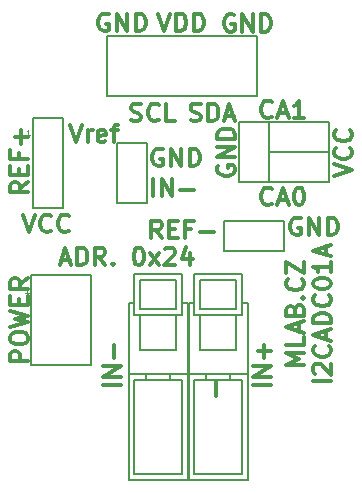
<source format=gbr>
G04 #@! TF.FileFunction,Legend,Top*
%FSLAX46Y46*%
G04 Gerber Fmt 4.6, Leading zero omitted, Abs format (unit mm)*
G04 Created by KiCad (PCBNEW 0.201505051231+5642~23~ubuntu14.04.1-product) date St 6. květen 2015, 11:43:11 CEST*
%MOMM*%
G01*
G04 APERTURE LIST*
%ADD10C,0.300000*%
%ADD11C,0.150000*%
%ADD12C,0.050000*%
%ADD13C,0.304800*%
G04 APERTURE END LIST*
D10*
X19634343Y39815200D02*
X19491486Y39886629D01*
X19277200Y39886629D01*
X19062915Y39815200D01*
X18920057Y39672343D01*
X18848629Y39529486D01*
X18777200Y39243771D01*
X18777200Y39029486D01*
X18848629Y38743771D01*
X18920057Y38600914D01*
X19062915Y38458057D01*
X19277200Y38386629D01*
X19420057Y38386629D01*
X19634343Y38458057D01*
X19705772Y38529486D01*
X19705772Y39029486D01*
X19420057Y39029486D01*
X20348629Y38386629D02*
X20348629Y39886629D01*
X21205772Y38386629D01*
X21205772Y39886629D01*
X21920058Y38386629D02*
X21920058Y39886629D01*
X22277201Y39886629D01*
X22491486Y39815200D01*
X22634344Y39672343D01*
X22705772Y39529486D01*
X22777201Y39243771D01*
X22777201Y39029486D01*
X22705772Y38743771D01*
X22634344Y38600914D01*
X22491486Y38458057D01*
X22277201Y38386629D01*
X21920058Y38386629D01*
X5005286Y19054000D02*
X5719572Y19054000D01*
X4862429Y18625429D02*
X5362429Y20125429D01*
X5862429Y18625429D01*
X6362429Y18625429D02*
X6362429Y20125429D01*
X6719572Y20125429D01*
X6933857Y20054000D01*
X7076715Y19911143D01*
X7148143Y19768286D01*
X7219572Y19482571D01*
X7219572Y19268286D01*
X7148143Y18982571D01*
X7076715Y18839714D01*
X6933857Y18696857D01*
X6719572Y18625429D01*
X6362429Y18625429D01*
X8719572Y18625429D02*
X8219572Y19339714D01*
X7862429Y18625429D02*
X7862429Y20125429D01*
X8433857Y20125429D01*
X8576715Y20054000D01*
X8648143Y19982571D01*
X8719572Y19839714D01*
X8719572Y19625429D01*
X8648143Y19482571D01*
X8576715Y19411143D01*
X8433857Y19339714D01*
X7862429Y19339714D01*
X9362429Y18768286D02*
X9433857Y18696857D01*
X9362429Y18625429D01*
X9291000Y18696857D01*
X9362429Y18768286D01*
X9362429Y18625429D01*
X11505286Y20125429D02*
X11648143Y20125429D01*
X11791000Y20054000D01*
X11862429Y19982571D01*
X11933858Y19839714D01*
X12005286Y19554000D01*
X12005286Y19196857D01*
X11933858Y18911143D01*
X11862429Y18768286D01*
X11791000Y18696857D01*
X11648143Y18625429D01*
X11505286Y18625429D01*
X11362429Y18696857D01*
X11291000Y18768286D01*
X11219572Y18911143D01*
X11148143Y19196857D01*
X11148143Y19554000D01*
X11219572Y19839714D01*
X11291000Y19982571D01*
X11362429Y20054000D01*
X11505286Y20125429D01*
X12505286Y18625429D02*
X13291000Y19625429D01*
X12505286Y19625429D02*
X13291000Y18625429D01*
X13791000Y19982571D02*
X13862429Y20054000D01*
X14005286Y20125429D01*
X14362429Y20125429D01*
X14505286Y20054000D01*
X14576715Y19982571D01*
X14648143Y19839714D01*
X14648143Y19696857D01*
X14576715Y19482571D01*
X13719572Y18625429D01*
X14648143Y18625429D01*
X15933857Y19625429D02*
X15933857Y18625429D01*
X15576714Y20196857D02*
X15219571Y19125429D01*
X16148143Y19125429D01*
X18300000Y27051143D02*
X18228571Y26908286D01*
X18228571Y26694000D01*
X18300000Y26479715D01*
X18442857Y26336857D01*
X18585714Y26265429D01*
X18871429Y26194000D01*
X19085714Y26194000D01*
X19371429Y26265429D01*
X19514286Y26336857D01*
X19657143Y26479715D01*
X19728571Y26694000D01*
X19728571Y26836857D01*
X19657143Y27051143D01*
X19585714Y27122572D01*
X19085714Y27122572D01*
X19085714Y26836857D01*
X19728571Y27765429D02*
X18228571Y27765429D01*
X19728571Y28622572D01*
X18228571Y28622572D01*
X19728571Y29336858D02*
X18228571Y29336858D01*
X18228571Y29694001D01*
X18300000Y29908286D01*
X18442857Y30051144D01*
X18585714Y30122572D01*
X18871429Y30194001D01*
X19085714Y30194001D01*
X19371429Y30122572D01*
X19514286Y30051144D01*
X19657143Y29908286D01*
X19728571Y29694001D01*
X19728571Y29336858D01*
X2202571Y10505714D02*
X702571Y10505714D01*
X702571Y11077142D01*
X774000Y11220000D01*
X845429Y11291428D01*
X988286Y11362857D01*
X1202571Y11362857D01*
X1345429Y11291428D01*
X1416857Y11220000D01*
X1488286Y11077142D01*
X1488286Y10505714D01*
X702571Y12291428D02*
X702571Y12577142D01*
X774000Y12720000D01*
X916857Y12862857D01*
X1202571Y12934285D01*
X1702571Y12934285D01*
X1988286Y12862857D01*
X2131143Y12720000D01*
X2202571Y12577142D01*
X2202571Y12291428D01*
X2131143Y12148571D01*
X1988286Y12005714D01*
X1702571Y11934285D01*
X1202571Y11934285D01*
X916857Y12005714D01*
X774000Y12148571D01*
X702571Y12291428D01*
X702571Y13434286D02*
X2202571Y13791429D01*
X1131143Y14077143D01*
X2202571Y14362857D01*
X702571Y14720000D01*
X1416857Y15291429D02*
X1416857Y15791429D01*
X2202571Y16005715D02*
X2202571Y15291429D01*
X702571Y15291429D01*
X702571Y16005715D01*
X2202571Y17505715D02*
X1488286Y17005715D01*
X2202571Y16648572D02*
X702571Y16648572D01*
X702571Y17220000D01*
X774000Y17362858D01*
X845429Y17434286D01*
X988286Y17505715D01*
X1202571Y17505715D01*
X1345429Y17434286D01*
X1416857Y17362858D01*
X1488286Y17220000D01*
X1488286Y16648572D01*
X27856571Y8799430D02*
X26356571Y8799430D01*
X26499429Y9442287D02*
X26428000Y9513716D01*
X26356571Y9656573D01*
X26356571Y10013716D01*
X26428000Y10156573D01*
X26499429Y10228002D01*
X26642286Y10299430D01*
X26785143Y10299430D01*
X26999429Y10228002D01*
X27856571Y9370859D01*
X27856571Y10299430D01*
X27713714Y11799430D02*
X27785143Y11728001D01*
X27856571Y11513715D01*
X27856571Y11370858D01*
X27785143Y11156573D01*
X27642286Y11013715D01*
X27499429Y10942287D01*
X27213714Y10870858D01*
X26999429Y10870858D01*
X26713714Y10942287D01*
X26570857Y11013715D01*
X26428000Y11156573D01*
X26356571Y11370858D01*
X26356571Y11513715D01*
X26428000Y11728001D01*
X26499429Y11799430D01*
X27428000Y12370858D02*
X27428000Y13085144D01*
X27856571Y12228001D02*
X26356571Y12728001D01*
X27856571Y13228001D01*
X27856571Y13728001D02*
X26356571Y13728001D01*
X26356571Y14085144D01*
X26428000Y14299429D01*
X26570857Y14442287D01*
X26713714Y14513715D01*
X26999429Y14585144D01*
X27213714Y14585144D01*
X27499429Y14513715D01*
X27642286Y14442287D01*
X27785143Y14299429D01*
X27856571Y14085144D01*
X27856571Y13728001D01*
X27713714Y16085144D02*
X27785143Y16013715D01*
X27856571Y15799429D01*
X27856571Y15656572D01*
X27785143Y15442287D01*
X27642286Y15299429D01*
X27499429Y15228001D01*
X27213714Y15156572D01*
X26999429Y15156572D01*
X26713714Y15228001D01*
X26570857Y15299429D01*
X26428000Y15442287D01*
X26356571Y15656572D01*
X26356571Y15799429D01*
X26428000Y16013715D01*
X26499429Y16085144D01*
X26356571Y17013715D02*
X26356571Y17156572D01*
X26428000Y17299429D01*
X26499429Y17370858D01*
X26642286Y17442287D01*
X26928000Y17513715D01*
X27285143Y17513715D01*
X27570857Y17442287D01*
X27713714Y17370858D01*
X27785143Y17299429D01*
X27856571Y17156572D01*
X27856571Y17013715D01*
X27785143Y16870858D01*
X27713714Y16799429D01*
X27570857Y16728001D01*
X27285143Y16656572D01*
X26928000Y16656572D01*
X26642286Y16728001D01*
X26499429Y16799429D01*
X26428000Y16870858D01*
X26356571Y17013715D01*
X27856571Y18942286D02*
X27856571Y18085143D01*
X27856571Y18513715D02*
X26356571Y18513715D01*
X26570857Y18370858D01*
X26713714Y18228000D01*
X26785143Y18085143D01*
X27428000Y19513714D02*
X27428000Y20228000D01*
X27856571Y19370857D02*
X26356571Y19870857D01*
X27856571Y20370857D01*
X25570571Y10156572D02*
X24070571Y10156572D01*
X25142000Y10656572D01*
X24070571Y11156572D01*
X25570571Y11156572D01*
X25570571Y12585144D02*
X25570571Y11870858D01*
X24070571Y11870858D01*
X25142000Y13013715D02*
X25142000Y13728001D01*
X25570571Y12870858D02*
X24070571Y13370858D01*
X25570571Y13870858D01*
X24784857Y14870858D02*
X24856286Y15085144D01*
X24927714Y15156572D01*
X25070571Y15228001D01*
X25284857Y15228001D01*
X25427714Y15156572D01*
X25499143Y15085144D01*
X25570571Y14942286D01*
X25570571Y14370858D01*
X24070571Y14370858D01*
X24070571Y14870858D01*
X24142000Y15013715D01*
X24213429Y15085144D01*
X24356286Y15156572D01*
X24499143Y15156572D01*
X24642000Y15085144D01*
X24713429Y15013715D01*
X24784857Y14870858D01*
X24784857Y14370858D01*
X25427714Y15870858D02*
X25499143Y15942286D01*
X25570571Y15870858D01*
X25499143Y15799429D01*
X25427714Y15870858D01*
X25570571Y15870858D01*
X25427714Y17442287D02*
X25499143Y17370858D01*
X25570571Y17156572D01*
X25570571Y17013715D01*
X25499143Y16799430D01*
X25356286Y16656572D01*
X25213429Y16585144D01*
X24927714Y16513715D01*
X24713429Y16513715D01*
X24427714Y16585144D01*
X24284857Y16656572D01*
X24142000Y16799430D01*
X24070571Y17013715D01*
X24070571Y17156572D01*
X24142000Y17370858D01*
X24213429Y17442287D01*
X24070571Y17942287D02*
X24070571Y18942287D01*
X25570571Y17942287D01*
X25570571Y18942287D01*
X22776571Y8485143D02*
X21276571Y8485143D01*
X22776571Y9199429D02*
X21276571Y9199429D01*
X22776571Y10056572D01*
X21276571Y10056572D01*
X22205143Y10770858D02*
X22205143Y11913715D01*
X22776571Y11342286D02*
X21633714Y11342286D01*
X10076571Y8485143D02*
X8576571Y8485143D01*
X10076571Y9199429D02*
X8576571Y9199429D01*
X10076571Y10056572D01*
X8576571Y10056572D01*
X9505143Y10770858D02*
X9505143Y11913715D01*
X1810000Y22919429D02*
X2310000Y21419429D01*
X2810000Y22919429D01*
X4167143Y21562286D02*
X4095714Y21490857D01*
X3881428Y21419429D01*
X3738571Y21419429D01*
X3524286Y21490857D01*
X3381428Y21633714D01*
X3310000Y21776571D01*
X3238571Y22062286D01*
X3238571Y22276571D01*
X3310000Y22562286D01*
X3381428Y22705143D01*
X3524286Y22848000D01*
X3738571Y22919429D01*
X3881428Y22919429D01*
X4095714Y22848000D01*
X4167143Y22776571D01*
X5667143Y21562286D02*
X5595714Y21490857D01*
X5381428Y21419429D01*
X5238571Y21419429D01*
X5024286Y21490857D01*
X4881428Y21633714D01*
X4810000Y21776571D01*
X4738571Y22062286D01*
X4738571Y22276571D01*
X4810000Y22562286D01*
X4881428Y22705143D01*
X5024286Y22848000D01*
X5238571Y22919429D01*
X5381428Y22919429D01*
X5595714Y22848000D01*
X5667143Y22776571D01*
X2202571Y25646286D02*
X1488286Y25146286D01*
X2202571Y24789143D02*
X702571Y24789143D01*
X702571Y25360571D01*
X774000Y25503429D01*
X845429Y25574857D01*
X988286Y25646286D01*
X1202571Y25646286D01*
X1345429Y25574857D01*
X1416857Y25503429D01*
X1488286Y25360571D01*
X1488286Y24789143D01*
X1416857Y26289143D02*
X1416857Y26789143D01*
X2202571Y27003429D02*
X2202571Y26289143D01*
X702571Y26289143D01*
X702571Y27003429D01*
X1416857Y28146286D02*
X1416857Y27646286D01*
X2202571Y27646286D02*
X702571Y27646286D01*
X702571Y28360572D01*
X1631143Y28932000D02*
X1631143Y30074857D01*
X2202571Y29503428D02*
X1059714Y29503428D01*
X5730857Y30539429D02*
X6230857Y29039429D01*
X6730857Y30539429D01*
X7230857Y29039429D02*
X7230857Y30039429D01*
X7230857Y29753714D02*
X7302285Y29896571D01*
X7373714Y29968000D01*
X7516571Y30039429D01*
X7659428Y30039429D01*
X8730856Y29110857D02*
X8587999Y29039429D01*
X8302285Y29039429D01*
X8159428Y29110857D01*
X8087999Y29253714D01*
X8087999Y29825143D01*
X8159428Y29968000D01*
X8302285Y30039429D01*
X8587999Y30039429D01*
X8730856Y29968000D01*
X8802285Y29825143D01*
X8802285Y29682286D01*
X8087999Y29539429D01*
X9230856Y30039429D02*
X9802285Y30039429D01*
X9445142Y29039429D02*
X9445142Y30325143D01*
X9516570Y30468000D01*
X9659428Y30539429D01*
X9802285Y30539429D01*
X13588857Y28436000D02*
X13446000Y28507429D01*
X13231714Y28507429D01*
X13017429Y28436000D01*
X12874571Y28293143D01*
X12803143Y28150286D01*
X12731714Y27864571D01*
X12731714Y27650286D01*
X12803143Y27364571D01*
X12874571Y27221714D01*
X13017429Y27078857D01*
X13231714Y27007429D01*
X13374571Y27007429D01*
X13588857Y27078857D01*
X13660286Y27150286D01*
X13660286Y27650286D01*
X13374571Y27650286D01*
X14303143Y27007429D02*
X14303143Y28507429D01*
X15160286Y27007429D01*
X15160286Y28507429D01*
X15874572Y27007429D02*
X15874572Y28507429D01*
X16231715Y28507429D01*
X16446000Y28436000D01*
X16588858Y28293143D01*
X16660286Y28150286D01*
X16731715Y27864571D01*
X16731715Y27650286D01*
X16660286Y27364571D01*
X16588858Y27221714D01*
X16446000Y27078857D01*
X16231715Y27007429D01*
X15874572Y27007429D01*
X22856144Y31214286D02*
X22784715Y31142857D01*
X22570429Y31071429D01*
X22427572Y31071429D01*
X22213287Y31142857D01*
X22070429Y31285714D01*
X21999001Y31428571D01*
X21927572Y31714286D01*
X21927572Y31928571D01*
X21999001Y32214286D01*
X22070429Y32357143D01*
X22213287Y32500000D01*
X22427572Y32571429D01*
X22570429Y32571429D01*
X22784715Y32500000D01*
X22856144Y32428571D01*
X23427572Y31500000D02*
X24141858Y31500000D01*
X23284715Y31071429D02*
X23784715Y32571429D01*
X24284715Y31071429D01*
X25570429Y31071429D02*
X24713286Y31071429D01*
X25141858Y31071429D02*
X25141858Y32571429D01*
X24999001Y32357143D01*
X24856143Y32214286D01*
X24713286Y32142857D01*
X12803143Y24467429D02*
X12803143Y25967429D01*
X13517429Y24467429D02*
X13517429Y25967429D01*
X14374572Y24467429D01*
X14374572Y25967429D01*
X15088858Y25038857D02*
X16231715Y25038857D01*
X25273143Y22594000D02*
X25130286Y22665429D01*
X24916000Y22665429D01*
X24701715Y22594000D01*
X24558857Y22451143D01*
X24487429Y22308286D01*
X24416000Y22022571D01*
X24416000Y21808286D01*
X24487429Y21522571D01*
X24558857Y21379714D01*
X24701715Y21236857D01*
X24916000Y21165429D01*
X25058857Y21165429D01*
X25273143Y21236857D01*
X25344572Y21308286D01*
X25344572Y21808286D01*
X25058857Y21808286D01*
X25987429Y21165429D02*
X25987429Y22665429D01*
X26844572Y21165429D01*
X26844572Y22665429D01*
X27558858Y21165429D02*
X27558858Y22665429D01*
X27916001Y22665429D01*
X28130286Y22594000D01*
X28273144Y22451143D01*
X28344572Y22308286D01*
X28416001Y22022571D01*
X28416001Y21808286D01*
X28344572Y21522571D01*
X28273144Y21379714D01*
X28130286Y21236857D01*
X27916001Y21165429D01*
X27558858Y21165429D01*
X28134571Y26194000D02*
X29634571Y26694000D01*
X28134571Y27194000D01*
X29491714Y28551143D02*
X29563143Y28479714D01*
X29634571Y28265428D01*
X29634571Y28122571D01*
X29563143Y27908286D01*
X29420286Y27765428D01*
X29277429Y27694000D01*
X28991714Y27622571D01*
X28777429Y27622571D01*
X28491714Y27694000D01*
X28348857Y27765428D01*
X28206000Y27908286D01*
X28134571Y28122571D01*
X28134571Y28265428D01*
X28206000Y28479714D01*
X28277429Y28551143D01*
X29491714Y30051143D02*
X29563143Y29979714D01*
X29634571Y29765428D01*
X29634571Y29622571D01*
X29563143Y29408286D01*
X29420286Y29265428D01*
X29277429Y29194000D01*
X28991714Y29122571D01*
X28777429Y29122571D01*
X28491714Y29194000D01*
X28348857Y29265428D01*
X28206000Y29408286D01*
X28134571Y29622571D01*
X28134571Y29765428D01*
X28206000Y29979714D01*
X28277429Y30051143D01*
X22856144Y23848286D02*
X22784715Y23776857D01*
X22570429Y23705429D01*
X22427572Y23705429D01*
X22213287Y23776857D01*
X22070429Y23919714D01*
X21999001Y24062571D01*
X21927572Y24348286D01*
X21927572Y24562571D01*
X21999001Y24848286D01*
X22070429Y24991143D01*
X22213287Y25134000D01*
X22427572Y25205429D01*
X22570429Y25205429D01*
X22784715Y25134000D01*
X22856144Y25062571D01*
X23427572Y24134000D02*
X24141858Y24134000D01*
X23284715Y23705429D02*
X23784715Y25205429D01*
X24284715Y23705429D01*
X25070429Y25205429D02*
X25213286Y25205429D01*
X25356143Y25134000D01*
X25427572Y25062571D01*
X25499001Y24919714D01*
X25570429Y24634000D01*
X25570429Y24276857D01*
X25499001Y23991143D01*
X25427572Y23848286D01*
X25356143Y23776857D01*
X25213286Y23705429D01*
X25070429Y23705429D01*
X24927572Y23776857D01*
X24856143Y23848286D01*
X24784715Y23991143D01*
X24713286Y24276857D01*
X24713286Y24634000D01*
X24784715Y24919714D01*
X24856143Y25062571D01*
X24927572Y25134000D01*
X25070429Y25205429D01*
X13502286Y20911429D02*
X13002286Y21625714D01*
X12645143Y20911429D02*
X12645143Y22411429D01*
X13216571Y22411429D01*
X13359429Y22340000D01*
X13430857Y22268571D01*
X13502286Y22125714D01*
X13502286Y21911429D01*
X13430857Y21768571D01*
X13359429Y21697143D01*
X13216571Y21625714D01*
X12645143Y21625714D01*
X14145143Y21697143D02*
X14645143Y21697143D01*
X14859429Y20911429D02*
X14145143Y20911429D01*
X14145143Y22411429D01*
X14859429Y22411429D01*
X16002286Y21697143D02*
X15502286Y21697143D01*
X15502286Y20911429D02*
X15502286Y22411429D01*
X16216572Y22411429D01*
X16788000Y21482857D02*
X17930857Y21482857D01*
X15958572Y30888857D02*
X16172858Y30817429D01*
X16530001Y30817429D01*
X16672858Y30888857D01*
X16744287Y30960286D01*
X16815715Y31103143D01*
X16815715Y31246000D01*
X16744287Y31388857D01*
X16672858Y31460286D01*
X16530001Y31531714D01*
X16244287Y31603143D01*
X16101429Y31674571D01*
X16030001Y31746000D01*
X15958572Y31888857D01*
X15958572Y32031714D01*
X16030001Y32174571D01*
X16101429Y32246000D01*
X16244287Y32317429D01*
X16601429Y32317429D01*
X16815715Y32246000D01*
X17458572Y30817429D02*
X17458572Y32317429D01*
X17815715Y32317429D01*
X18030000Y32246000D01*
X18172858Y32103143D01*
X18244286Y31960286D01*
X18315715Y31674571D01*
X18315715Y31460286D01*
X18244286Y31174571D01*
X18172858Y31031714D01*
X18030000Y30888857D01*
X17815715Y30817429D01*
X17458572Y30817429D01*
X18887143Y31246000D02*
X19601429Y31246000D01*
X18744286Y30817429D02*
X19244286Y32317429D01*
X19744286Y30817429D01*
X13240000Y39937429D02*
X13740000Y38437429D01*
X14240000Y39937429D01*
X14740000Y38437429D02*
X14740000Y39937429D01*
X15097143Y39937429D01*
X15311428Y39866000D01*
X15454286Y39723143D01*
X15525714Y39580286D01*
X15597143Y39294571D01*
X15597143Y39080286D01*
X15525714Y38794571D01*
X15454286Y38651714D01*
X15311428Y38508857D01*
X15097143Y38437429D01*
X14740000Y38437429D01*
X16240000Y38437429D02*
X16240000Y39937429D01*
X16597143Y39937429D01*
X16811428Y39866000D01*
X16954286Y39723143D01*
X17025714Y39580286D01*
X17097143Y39294571D01*
X17097143Y39080286D01*
X17025714Y38794571D01*
X16954286Y38651714D01*
X16811428Y38508857D01*
X16597143Y38437429D01*
X16240000Y38437429D01*
X10914286Y30888857D02*
X11128572Y30817429D01*
X11485715Y30817429D01*
X11628572Y30888857D01*
X11700001Y30960286D01*
X11771429Y31103143D01*
X11771429Y31246000D01*
X11700001Y31388857D01*
X11628572Y31460286D01*
X11485715Y31531714D01*
X11200001Y31603143D01*
X11057143Y31674571D01*
X10985715Y31746000D01*
X10914286Y31888857D01*
X10914286Y32031714D01*
X10985715Y32174571D01*
X11057143Y32246000D01*
X11200001Y32317429D01*
X11557143Y32317429D01*
X11771429Y32246000D01*
X13271429Y30960286D02*
X13200000Y30888857D01*
X12985714Y30817429D01*
X12842857Y30817429D01*
X12628572Y30888857D01*
X12485714Y31031714D01*
X12414286Y31174571D01*
X12342857Y31460286D01*
X12342857Y31674571D01*
X12414286Y31960286D01*
X12485714Y32103143D01*
X12628572Y32246000D01*
X12842857Y32317429D01*
X12985714Y32317429D01*
X13200000Y32246000D01*
X13271429Y32174571D01*
X14628572Y30817429D02*
X13914286Y30817429D01*
X13914286Y32317429D01*
X9017143Y39866000D02*
X8874286Y39937429D01*
X8660000Y39937429D01*
X8445715Y39866000D01*
X8302857Y39723143D01*
X8231429Y39580286D01*
X8160000Y39294571D01*
X8160000Y39080286D01*
X8231429Y38794571D01*
X8302857Y38651714D01*
X8445715Y38508857D01*
X8660000Y38437429D01*
X8802857Y38437429D01*
X9017143Y38508857D01*
X9088572Y38580286D01*
X9088572Y39080286D01*
X8802857Y39080286D01*
X9731429Y38437429D02*
X9731429Y39937429D01*
X10588572Y38437429D01*
X10588572Y39937429D01*
X11302858Y38437429D02*
X11302858Y39937429D01*
X11660001Y39937429D01*
X11874286Y39866000D01*
X12017144Y39723143D01*
X12088572Y39580286D01*
X12160001Y39294571D01*
X12160001Y39080286D01*
X12088572Y38794571D01*
X12017144Y38651714D01*
X11874286Y38508857D01*
X11660001Y38437429D01*
X11302858Y38437429D01*
D11*
X2476500Y17780000D02*
X7556500Y17780000D01*
X7556500Y17780000D02*
X7556500Y10160000D01*
X7556500Y10160000D02*
X2476500Y10160000D01*
X2476500Y10160000D02*
X2476500Y17780000D01*
X12255500Y28956000D02*
X12255500Y23876000D01*
X12255500Y23876000D02*
X9715500Y23876000D01*
X9715500Y23876000D02*
X9715500Y28956000D01*
X9715500Y28956000D02*
X12255500Y28956000D01*
X23876000Y19812000D02*
X18796000Y19812000D01*
X18796000Y19812000D02*
X18796000Y22352000D01*
X18796000Y22352000D02*
X23876000Y22352000D01*
X23876000Y22352000D02*
X23876000Y19812000D01*
X27686000Y25654000D02*
X22606000Y25654000D01*
X22606000Y25654000D02*
X22606000Y28194000D01*
X22606000Y28194000D02*
X27686000Y28194000D01*
X27686000Y28194000D02*
X27686000Y25654000D01*
X27686000Y28194000D02*
X22606000Y28194000D01*
X22606000Y28194000D02*
X22606000Y30734000D01*
X22606000Y30734000D02*
X27686000Y30734000D01*
X27686000Y30734000D02*
X27686000Y28194000D01*
X21590000Y38036500D02*
X21590000Y32956500D01*
X21590000Y32956500D02*
X8890000Y32956500D01*
X8890000Y32956500D02*
X8890000Y38036500D01*
X8890000Y38036500D02*
X21590000Y38036500D01*
X20788000Y15414000D02*
X20288000Y15414000D01*
X16288000Y15414000D02*
X15788000Y15414000D01*
X20788100Y9414000D02*
X15787900Y9414000D01*
X20788100Y414000D02*
X15787900Y414000D01*
X19789000Y17414000D02*
X16787000Y17414000D01*
X19789000Y14914100D02*
X16787000Y14914100D01*
X16288000Y17914100D02*
X20288000Y17914100D01*
X16288000Y14414000D02*
X20288000Y14414000D01*
X19788100Y11414000D02*
X16787900Y11414000D01*
X16288000Y8913900D02*
X20288000Y8913900D01*
X20288000Y913900D02*
X16288000Y913900D01*
X19288000Y8913900D02*
X19288000Y9414000D01*
X19788000Y14914100D02*
X19788000Y17414000D01*
X20288000Y14414000D02*
X20288000Y17914100D01*
X17288000Y8913900D02*
X17288000Y9414000D01*
X16788000Y14914100D02*
X16788000Y17414000D01*
X16288000Y14414000D02*
X16288000Y17915000D01*
X19788000Y11414000D02*
X19788000Y14414000D01*
X20288000Y913900D02*
X20288000Y8913900D01*
X20788000Y9414000D02*
X20788000Y15414000D01*
X16788000Y11414000D02*
X16788000Y14414000D01*
X16288000Y913900D02*
X16288000Y8913900D01*
X15788000Y9414000D02*
X15788000Y15414000D01*
X20788000Y9414000D02*
X20788000Y414000D01*
X15788000Y414000D02*
X15788000Y9414000D01*
X15708000Y15414000D02*
X15208000Y15414000D01*
X11208000Y15414000D02*
X10708000Y15414000D01*
X15708100Y9414000D02*
X10707900Y9414000D01*
X15708100Y414000D02*
X10707900Y414000D01*
X14709000Y17414000D02*
X11707000Y17414000D01*
X14709000Y14914100D02*
X11707000Y14914100D01*
X11208000Y17914100D02*
X15208000Y17914100D01*
X11208000Y14414000D02*
X15208000Y14414000D01*
X14708100Y11414000D02*
X11707900Y11414000D01*
X11208000Y8913900D02*
X15208000Y8913900D01*
X15208000Y913900D02*
X11208000Y913900D01*
X14208000Y8913900D02*
X14208000Y9414000D01*
X14708000Y14914100D02*
X14708000Y17414000D01*
X15208000Y14414000D02*
X15208000Y17914100D01*
X12208000Y8913900D02*
X12208000Y9414000D01*
X11708000Y14914100D02*
X11708000Y17414000D01*
X11208000Y14414000D02*
X11208000Y17915000D01*
X14708000Y11414000D02*
X14708000Y14414000D01*
X15208000Y913900D02*
X15208000Y8913900D01*
X15708000Y9414000D02*
X15708000Y15414000D01*
X11708000Y11414000D02*
X11708000Y14414000D01*
X11208000Y913900D02*
X11208000Y8913900D01*
X10708000Y9414000D02*
X10708000Y15414000D01*
X15708000Y9414000D02*
X15708000Y414000D01*
X10708000Y414000D02*
X10708000Y9414000D01*
X2603500Y31115000D02*
X5143500Y31115000D01*
X5143500Y31115000D02*
X5143500Y23495000D01*
X5143500Y23495000D02*
X2603500Y23495000D01*
X2603500Y23495000D02*
X2603500Y31115000D01*
X20066000Y25654000D02*
X20066000Y30734000D01*
X20066000Y30734000D02*
X22606000Y30734000D01*
X22606000Y30734000D02*
X22606000Y25654000D01*
X22606000Y25654000D02*
X20066000Y25654000D01*
D12*
X2238357Y16283810D02*
X1952643Y16283810D01*
X2095500Y16283810D02*
X2095500Y16783810D01*
X2047881Y16712381D01*
X2000262Y16664762D01*
X1952643Y16640952D01*
D13*
X18106571Y7547429D02*
X18106571Y8708572D01*
D12*
X2365357Y29618810D02*
X2079643Y29618810D01*
X2222500Y29618810D02*
X2222500Y30118810D01*
X2174881Y30047381D01*
X2127262Y29999762D01*
X2079643Y29975952D01*
M02*

</source>
